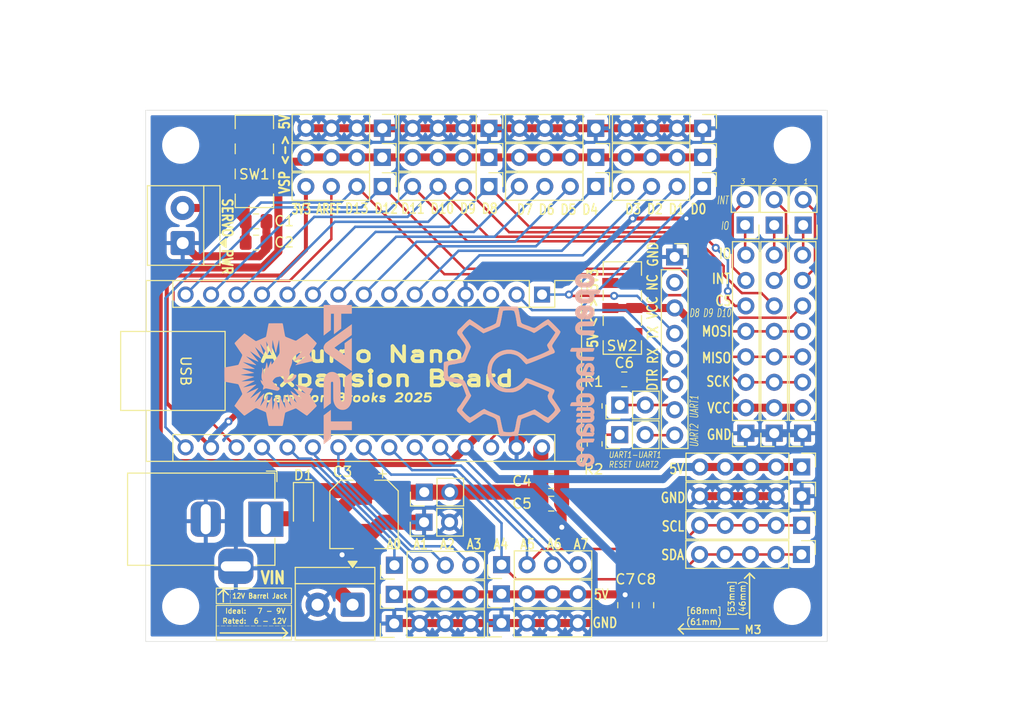
<source format=kicad_pcb>
(kicad_pcb (version 20241229) (generator "pcbnew") (generator_version "9.0")
  (layers (0 "F.Cu" signal) (2 "B.Cu" signal) (13 "F.Paste" user) (15 "B.Paste" user) (5 "F.SilkS" user "F.Silkscreen") (7 "B.SilkS" user "B.Silkscreen") (1 "F.Mask" user) (3 "B.Mask" user) (25 "Edge.Cuts" user))
  (net 0 "")
  (net 1 "+5V")
  (net 2 "/D9{slash}CS2")
  (net 3 "/D3")
  (net 4 "/RESET")
  (net 5 "+3.3V")
  (net 6 "/D8{slash}CS3{slash}SS")
  (net 7 "/D4")
  (net 8 "/D12{slash}MISO")
  (net 9 "/AREF")
  (net 10 "/A3")
  (net 11 "/D13{slash}SCK")
  (net 12 "/D7")
  (net 13 "/D5")
  (net 14 "/D6")
  (net 15 "/A1")
  (net 16 "/D0{slash}RX")
  (net 17 "GND")
  (net 18 "/D10{slash}CS1")
  (net 19 "/D2")
  (net 20 "/A2")
  (net 21 "/A7")
  (net 22 "/D11{slash}MOSI")
  (net 23 "/A6")
  (net 24 "/D1{slash}TX")
  (net 25 "+VIN")
  (net 26 "VSP")
  (net 27 "/DTR")
  (net 28 "Net-(D1-A)")
  (net 29 "/SPI_IO1")
  (net 30 "/SPI_INT1")
  (net 31 "VCC")
  (net 32 "/SPI_IO2")
  (net 33 "/SPI_INT2")
  (net 34 "/SPI_INT3")
  (net 35 "/SPI_IO3")
  (net 36 "Net-(J22-Pin_1)")
  (net 37 "/UART_IO2")
  (net 38 "/UART_IO1")
  (net 39 "/CTS")
  (net 40 "/VSP_IN")
  (net 41 "/A0")
  (net 46 "/A5{slash}SCL")
  (net 47 "/A4{slash}SDA")
  (footprint "Proto:PinHeader_1x04_P2.54mm_Vertical_TightCY" (layer "F.Cu") (at 144.905 59.605 -90)
    (property "Reference" "J15" (hide yes))
    (property "Value" "Conn_01x04_Pin")
  )
  (footprint "Capacitor_SMD:C_0805_2012Metric_Pad1.18x1.45mm_HandSolder" (layer "F.Cu") (at 140.4625 89)
    (property "Reference" "C4")
    (property "Value" "0.1u")
  )
  (footprint "Proto:PinHeader_1x04_P2.54mm_Vertical_TightCY" (layer "F.Cu") (at 123.62 53.795 -90)
    (property "Reference" "J4" (hide yes))
    (property "Value" "Conn_01x04_Pin")
  )
  (footprint "Proto:PinHeader_1x05_P2.54mm_Vertical_TightCY" (layer "F.Cu") (at 165.45 87.59 -90)
    (property "Reference" "J24" (hide yes))
    (property "Value" "Conn_01x05_Pin")
  )
  (footprint "Proto:PinHeader_1x04_P2.54mm_Vertical_TightCY" (layer "F.Cu") (at 124.82 97.39 90)
    (property "Reference" "J27" (hide yes))
    (property "Value" "Conn_01x04_Pin")
  )
  (footprint "Resistor_SMD:R_0805_2012Metric_Pad1.20x1.40mm_HandSolder" (layer "F.Cu") (at 144.8 81.5 -90)
    (property "Reference" "R1")
    (property "Value" "1k")
  )
  (footprint "Proto:PinHeader_1x05_P2.54mm_Vertical_TightCY" (layer "F.Cu") (at 165.45 90.5 -90)
    (property "Reference" "J21" (hide yes))
    (property "Value" "Conn_01x05_Pin")
  )
  (footprint "Module:Arduino_Nano" (layer "F.Cu") (at 139.55 70.39 -90)
    (property "Reference" "A1" (hide yes))
    (property "Value" "Arduino_Nano_v3.x")
  )
  (footprint "Proto:PinHeader_1x02_P2.54mm_Vertical_TightCY" (layer "F.Cu") (at 165.6 63.46 180)
    (property "Reference" "J6" (hide yes))
    (property "Value" "Conn_01x02_Pin")
  )
  (footprint "Capacitor_SMD:C_0805_2012Metric_Pad1.18x1.45mm_HandSolder" (layer "F.Cu") (at 111.02 65.2)
    (property "Reference" "C2")
    (property "Value" "0.1u")
  )
  (footprint "MountingHole:MountingHole_3.2mm_M3" (layer "F.Cu") (at 103.5 101.5)
    (property "Reference" "REF**" (hide yes))
    (property "Value" "MountingHole_3.2mm_M3")
  )
  (footprint "Proto:PinHeader_1x04_P2.54mm_Vertical_TightCY" (layer "F.Cu") (at 124.8 103.21 90)
    (property "Reference" "J35" (hide yes))
    (property "Value" "Conn_01x04_Pin")
  )
  (footprint "Capacitor_SMD:C_0805_2012Metric_Pad1.18x1.45mm_HandSolder" (layer "F.Cu") (at 149.95 101.3775 -90)
    (property "Reference" "C8")
    (property "Value" "0.1u")
  )
  (footprint "Proto:PinHeader_1x04_P2.54mm_Vertical_TightCY" (layer "F.Cu") (at 135.5 103.16 90)
    (property "Reference" "J36" (hide yes))
    (property "Value" "Conn_01x04_Pin")
  )
  (footprint "Button_Switch_SMD:SW_DPDT_CK_JS202011JCQN" (layer "F.Cu") (at 110.85 57.1 90)
    (property "Reference" "SW1")
    (property "Value" "SW_Slide_DPDT")
  )
  (footprint "Proto:PinHeader_1x04_P2.54mm_Vertical_TightCY" (layer "F.Cu") (at 135.5 100.25 90)
    (property "Reference" "J32" (hide yes))
    (property "Value" "Conn_01x04_Pin")
  )
  (footprint "Capacitor_SMD:C_0805_2012Metric_Pad1.18x1.45mm_HandSolder" (layer "F.Cu") (at 147.84 101.3775 -90)
    (property "Reference" "C7")
    (property "Value" "0.1u")
  )
  (footprint "Proto:PinSocket_1x08_P2.54mm_Vertical_TightCY" (layer "F.Cu") (at 162.71 84.22 180)
    (property "Reference" "J18" (hide yes))
    (property "Value" "Conn_01x08_Socket")
  )
  (footprint "TerminalBlock_4Ucon:TerminalBlock_4Ucon_1x02_P3.50mm_Horizontal" (layer "F.Cu") (at 120.65 101.3325 180)
    (property "Reference" "J33" (hide yes))
    (property "Value" "Screw_Terminal_01x02")
  )
  (footprint "Proto:PinHeader_1x04_P2.54mm_Vertical_TightCY" (layer "F.Cu") (at 134.255 53.805 -90)
    (property "Reference" "J3" (hide yes))
    (property "Value" "Conn_01x04_Pin")
  )
  (footprint "Proto:PinHeader_1x04_P2.54mm_Vertical_TightCY" (layer "F.Cu") (at 144.905 53.805 -90)
    (property "Reference" "J2" (hide yes))
    (property "Value" "Conn_01x04_Pin")
  )
  (footprint "Proto:PinHeader_1x02_P2.54mm_Vertical_TightCY" (layer "F.Cu") (at 147.3 84.37 90)
    (property "Reference" "J22" (hide yes))
    (property "Value" "Conn_01x02_Pin")
  )
  (footprint "MountingHole:MountingHole_3.2mm_M3" (layer "F.Cu") (at 164.5 101.5)
    (property "Reference" "REF**" (hide yes))
    (property "Value" "MountingHole_3.2mm_M3")
  )
  (footprint "Proto:PinSocket_1x08_P2.54mm_Vertical_TightCY" (layer "F.Cu") (at 165.54 84.22 180)
    (property "Reference" "J12" (hide yes))
    (property "Value" "Conn_01x08_Socket")
  )
  (footprint "Proto:PinHeader_1x05_P2.54mm_Vertical_TightCY" (layer "F.Cu") (at 165.44 93.41 -90)
    (property "Reference" "J34" (hide yes))
    (property "Value" "Conn_01x05_Pin")
  )
  (footprint "Proto:PinHeader_1x04_P2.54mm_Vertical_TightCY" (layer "F.Cu") (at 134.25 56.705 -90)
    (property "Reference" "J10" (hide yes))
    (property "Value" "Conn_01x04_Pin")
  )
  (footprint "Capacitor_SMD:C_0805_2012Metric_Pad1.18x1.45mm_HandSolder" (layer "F.Cu") (at 111.02 63.08)
    (property "Reference" "C1")
    (property "Value" "0.1u")
  )
  (footprint "Capacitor_SMD:C_0805_2012Metric_Pad1.18x1.45mm_HandSolder" (layer "F.Cu") (at 140.4625 91.25)
    (property "Reference" "C5")
    (property "Value" "0.1u")
  )
  (footprint "Resistor_SMD:R_0805_2012Metric_Pad1.20x1.40mm_HandSolder" (layer "F.Cu") (at 144.8 85.29 90)
    (property "Reference" "R2")
    (property "Value" "10k")
  )
  (footprint "Capacitor_SMD:CP_Elec_6.3x7.7" (layer "F.Cu") (at 121.79 92.32 -90)
    (property "Reference" "C3")
    (property "Value" "47u 25V")
  )
  (footprint "Proto:PinSocket_1x08_P2.54mm_Vertical_TightCY" (layer "F.Cu") (at 159.88 84.22 180)
    (property "Reference" "J20" (hide yes))
    (property "Value" "Conn_01x08_Socket")
  )
  (footprint "Proto:PinHeader_1x02_P2.54mm_Vertical_TightCY" (layer "F.Cu") (at 127.8 90.1 90)
    (property "Reference" "J25" (hide yes))
    (property "Value" "Conn_01x02_Pin")
  )
  (footprint "Proto:PinHeader_1x04_P2.54mm_Vertical_TightCY" (layer "F.Cu") (at 155.555 59.605 -90)
    (property "Reference" "J14" (hide yes))
    (property "Value" "Conn_01x04_Pin")
  )
  (footprint "Connector_BarrelJack:BarrelJack_Horizontal" (layer "F.Cu") (at 112 92.8)
    (property "Reference" "J7" (hide yes))
    (property "Value" "Barrel_Jack_Switch")
  )
  (footprint "Button_Switch_SMD:SW_DPDT_CK_JS202011JCQN" (layer "F.Cu") (at 147.56 71.73 90)
    (property "Reference" "SW2")
    (property "Value" "SW_Slide_DPDT")
  )
  (footprint "Proto:PinHeader_1x04_P2.54mm_Vertical_TightCY" (layer "F.Cu") (at 124.81 100.3 90)
    (property "Reference" "J31" (hide yes))
    (property "Value" "Conn_01x04_Pin")
  )
  (footprint "Proto:PinHeader_1x02_P2.54mm_Vertical_TightCY" (layer "F.Cu") (at 159.81 63.45 180)
    (property "Reference" "J19" (hide yes))
    (property "Value" "Conn_01x02_Pin")
  )
  (footprint "MountingHole:MountingHole_3.2mm_M3" (layer "F.Cu") (at 164.51 55.49)
    (property "Reference" "REF**" (hide yes))
    (property "Value" "MountingHole_3.2mm_M3")
  )
  (footprint "Capacitor_SMD:C_0805_2012Metric_Pad1.18x1.45mm_HandSolder" (layer "F.Cu") (at 147.75 78.85)
    (property "Reference" "C6")
    (property "Value" "0.1u")
  )
  (footprint "Proto:PinHeader_1x04_P2.54mm_Vertical_TightCY" (layer "F.Cu") (at 135.51 97.34 90)
    (property "Reference" "J28" (hide yes))
    (property "Value" "Conn_01x04_Pin")
  )
  (footprint "MountingHole:MountingHole_3.2mm_M3" (layer "F.Cu") (at 103.5 55.5)
    (property "Reference" "REF**" (hide yes))
    (property "Value" "MountingHole_3.2mm_M3")
  )
  (footprint "Proto:PinHeader_1x04_P2.54mm_Vertical_TightCY" (layer "F.Cu") (at 155.565 53.805 -90)
    (property "Reference" "J1" (hide yes))
    (property "Value" "Conn_01x04_Pin")
  )
  (footprint "Proto:PinHeader_1x02_P2.54mm_Vertical_TightCY" (layer "F.Cu") (at 127.78 93.1 90)
    (property "Reference" "J26" (hide yes))
    (property "Value" "Conn_01x02_Pin")
  )
  (footprint "Proto:PinHeader_1x02_P2.54mm_Vertical_TightCY" (layer "F.Cu") (at 147.31 81.41 90)
    (property "Reference" "J23" (hide yes))
    (property "Value" "Conn_01x02_Pin")
  )
  (footprint "Proto:PinHeader_1x04_P2.54mm_Vertical_TightCY" (layer "F.Cu") (at 123.61 59.615 -90)
    (property "Reference" "J17" (hide yes))
    (property "Value" "Conn_01x04_Pin")
  )
  (footprint "Proto:PinHeader_1x04_P2.54mm_Vertical_TightCY" (layer "F.Cu") (at 134.25 59.61 -90)
    (property "Reference" "J16" (hide yes))
    (property "Value" "Conn_01x04_Pin")
  )
  (footprint "Proto:PinHeader_1x04_P2.54mm_Vertical_TightCY" (layer "F.Cu") (at 123.61 56.705 -90)
    (property "Reference" "J11" (hide yes))
    (property "Value" "Conn_01x04_Pin")
  )
  (footprint "Proto:PinHeader_1x05_P2.54mm_Vertical_TightCY" (layer "F.Cu") (at 165.43 96.32 -90)
    (property "Reference" "J30" (hide yes))
    (property "Value" "Conn_01x05_Pin")
  )
  (footprint "Proto:PinSocket_1x08_P2.54mm_Vertical_TightCY" (layer "F.Cu") (at 152.78 66.64)
    (property "Reference" "J29" (hide yes))
    (property "Value" "Conn_01x08_Socket")
  )
  (footprint "Diode_SMD:D_SOD-123F" (layer "F.Cu") (at 115.75 91.35 -90)
    (property "Reference" "D1")
    (property "Value" "1N4007")
  )
  (footprint "Proto:PinHeader_1x04_P2.54mm_Vertical_TightCY" (layer "F.Cu") (at 155.565 56.705 -90)
    (property "Reference" "J8" (hide yes))
    (property "Value" "Conn_01x04_Pin")
  )
  (footprint "Proto:PinHeader_1x02_P2.54mm_Vertical_TightCY" (layer "F.Cu") (at 162.71 63.46 180)
    (property "Reference" "J13" (hide yes))
    (property "Value" "Conn_01x02_Pin")
  )
  (footprint "TerminalBlock_4Ucon:TerminalBlock_4Ucon_1x02_P3.50mm_Horizontal" (layer "F.Cu") (at 103.7 65.25 90)
    (property "Reference" "J5" (hide yes))
    (property "Value" "Screw_Terminal_01x02")
  )
  (footprint "Proto:PinHeader_1x04_P2.54mm_Vertical_TightCY" (layer "F.Cu") (at 144.915 56.705 -90)
    (property "Reference" "J9" (hide yes))
    (property "Value" "Conn_01x04_Pin")
  )
  (footprint "Proto:LOGO_OSHW_600" (layer "B.Cu") (at 137.57 77.93 -90)
    (property "Reference" "G***" (hide yes))
    (property "Value" "LOGO" (hide yes))
  )
  (footprint "kml-custom:FAST-Logo-Large" (layer "B.Cu") (at 113.85 78.12 -90)
    (property "Reference" "G***" (hide yes))
    (property "Value" "LOGO" (hide yes))
  )
  (gr_line (start 107.75 99.825) (end 107.25 100.325) (stroke (width 0.15)) (layer "F.SilkS"))
  (gr_line (start 114.15 104.15) (end 113.65 103.65) (stroke (width 0.15)) (layer "F.SilkS"))
  (gr_line (start 160.25 102.7) (end 160.25 98.2) (stroke (width 0.15)) (layer "F.SilkS"))
  (gr_line (start 107.75 101.05) (end 107.75 99.825) (stroke (width 0.15)) (layer "F.SilkS"))
  (gr_rect (start 107.05 99.675) (end 108.45 101.2) (stroke (width 0.04) (type dash)) (fill no) (layer "F.SilkS"))
  (gr_line (start 107.45 104.15) (end 114.15 104.15) (stroke (width 0.15)) (layer "F.SilkS"))
  (gr_rect (start 107.05 99.675) (end 114.55 101.225) (stroke (width 0.1)) (fill no) (layer "F.SilkS"))
  (gr_line (start 153.15 103.75) (end 153.65 103.25) (stroke (width 0.15)) (layer "F.SilkS"))
  (gr_line (start 153.15 103.75) (end 153.65 104.25) (stroke (width 0.15)) (layer "F.SilkS"))
  (gr_line (start 113.65 103.65) (end 114.15 104.15) (stroke (width 0.1)) (layer "F.SilkS"))
  (gr_line (start 160.25 98.2) (end 159.75 98.7) (stroke (width 0.15)) (layer "F.SilkS"))
  (gr_line (start 114.15 104.15) (end 113.65 104.65) (stroke (width 0.15)) (layer "F.SilkS"))
  (gr_rect (start 107.05 101.4) (end 114.55 104.85) (stroke (width 0.1)) (fill no) (layer "F.SilkS"))
  (gr_line (start 159.15 103.75) (end 153.15 103.75) (stroke (width 0.15)) (layer "F.SilkS"))
  (gr_rect (start 107.05 101.375) (end 114.55 103.45) (stroke (width 0.04) (type dash)) (fill no) (layer "F.SilkS"))
  (gr_line (start 160.25 98.2) (end 160.75 98.7) (stroke (width 0.15)) (layer "F.SilkS"))
  (gr_line (start 107.75 99.825) (end 108.25 100.325) (stroke (width 0.15)) (layer "F.SilkS"))
  (gr_line (start 107.25 100.325) (end 107.75 99.825) (stroke (width 0.1)) (layer "F.SilkS"))
  (gr_rect (start 100 52) (end 168 105) (stroke (width 0.05)) (fill no) (layer "Edge.Cuts"))
  (gr_text "IO" (at 157.35 64 0) (layer "F.SilkS") (effects (font (size 0.8 0.5) (thickness 0.075) (italic yes)) (justify left bottom)))
  (gr_text "3V3 AREF" (at 114.45 62.45 0) (layer "F.SilkS") (effects (font (size 1 0.7) (thickness 0.175) (bold yes)) (justify left bottom)))
  (gr_text "SDA" (at 151.35 96.95 0) (layer "F.SilkS") (effects (font (size 1 0.8) (thickness 0.16) (bold yes)) (justify left bottom)))
  (gr_text "UART1-UART1\nRESET UART2" (at 146.15 87.7 0) (layer "F.SilkS") (effects (font (size 0.6 0.5) (thickness 0.075) (italic yes)) (justify left bottom)))
  (gr_text "CS" (at 156.75 71.6 0) (layer "F.SilkS") (effects (font (size 1 0.8) (thickness 0.16) (bold yes)) (justify left bottom)))
  (gr_text "D7 D6 D5 D4" (at 136.95 62.5 0) (layer "F.SilkS") (effects (font (size 1 0.8) (thickness 0.16) (bold yes)) (justify left bottom)))
  (gr_text "Rated:  6 - 12V" (at 114.1 103.25 0) (layer "F.SilkS") (effects (font (size 0.5 0.5) (thickness 0.1) (bold yes)) (justify right bottom)))
  (gr_text "Arduino Nano\nExpansion Board" (at 111.25 79.65 0) (layer "F.SilkS") (effects (font (size 1.5 2) (thickness 0.375) (bold yes)) (justify left bottom)))
  (gr_text "DTR" (at 151.15 80.1 90) (layer "F.SilkS") (effects (font (size 1 0.8) (thickness 0.16) (bold yes)) (justify left bottom)))
  (gr_text "INT" (at 156.95 61.45 0) (layer "F.SilkS") (effects (font (size 0.8 0.5) (thickness 0.075) (italic yes)) (justify left bottom)))
  (gr_text "5V <-> 3V3" (at 145.2 75.81 90) (layer "F.SilkS") (effects (font (size 1 0.8) (thickness 0.2) (bold yes)) (justify left bottom)))
  (gr_text "SERVO  PWR" (at 107.55 64.6 270) (layer "F.SilkS") (effects (font (size 1 0.8) (thickness 0.2) (bold yes)) (justify bottom)))
  (gr_text "UART1" (at 155.2 82.8 90) (layer "F.SilkS") (effects (font (size 0.8 0.5) (thickness 0.075) (italic yes)) (justify left bottom)))
  (gr_text "3       2       1" (at 162.71 59.4 0) (layer "F.SilkS") (effects (font (size 0.5 0.5) (thickness 0.075) (italic yes)) (justify bottom)))
  (gr_text "D3 D2 D1 D0" (at 147.75 62.45 0) (layer "F.SilkS") (effects (font (size 1 0.8) (thickness 0.16) (bold yes)) (justify left bottom)))
  (gr_text "MISO" (at 155.4 77.3 0) (layer "F.SilkS") (effects (font (size 1 0.8) (thickness 0.16) (bold yes)) (justify left bottom)))
  (gr_text "SCL" (at 151.4 94.1 0) (layer "F.SilkS") (effects (font (size 1 0.8) (thickness 0.16) (bold yes)) (justify left bottom)))
  (gr_text "A0  A1  A2  A3  A4  A5  A6  A7" (at 123.94 95.88 0) (layer "F.SilkS") (effects (font (size 1 0.8) (thickness 0.16) (bold yes)) (justify left bottom)))
  (gr_text "IO" (at 157.1 66.9 0) (layer "F.SilkS") (effects (font (size 1 0.8) (thickness 0.16) (bold yes)) (justify left bottom)))
  (gr_text "[68mm]\n" (at 155.7 102.3 0) (layer "F.SilkS") (effects (font (size 0.6 0.6) (thickness 0.1)) (justify bottom)))
  (gr_text "TX" (at 151.2 75 90) (layer "F.SilkS") (effects (font (size 1 0.8) (thickness 0.16) (bold yes)) (justify left bottom)))
  (gr_text "GND" (at 151.3 91.25 0) (layer "F.SilkS") (effects (font (size 1 0.8) (thickness 0.16) (bold yes)) (justify left bottom)))
  (gr_text "GND" (at 144.5 103.72 0) (layer "F.SilkS") (effects (font (size 1 0.8) (thickness 0.16) (bold yes)) (justify left bottom)))
  (gr_text "[53mm]\n" (at 158.8 100.7 90) (layer "F.SilkS") (effects (font (size 0.6 0.6) (thickness 0.1)) (justify bottom)))
  (gr_text "VCC" (at 151.15 72.95 90) (layer "F.SilkS") (effects (font (size 1 0.8) (thickness 0.16) (bold yes)) (justify left bottom)))
  (gr_text "D13 D12" (at 119.8 62.4 0) (layer "F.SilkS") (effects (font (size 1 0.8) (thickness 0.16) (bold yes)) (justify left bottom)))
  (gr_text "GND" (at 155.9 84.95 0) (layer "F.SilkS") (effects (font (size 1 0.8) (thickness 0.16) (bold yes)) (justify left bottom)))
  (gr_text "D8 D9 D10" (at 154.2 72.7 0) (layer "F.SilkS") (effects (font (size 0.8 0.5) (thickness 0.075) (italic yes)) (justify left bottom)))
  (gr_text "(61mm)\n" (at 155.7 103.4 0) (layer "F.SilkS") (effects (font (size 0.6 0.6) (thickness 0.1)) (justify bottom)))
  (gr_text "GND" (at 151.2 67.7 90) (layer "F.SilkS") (effects (font (size 1 0.8) (thickness 0.16) (bold yes)) (justify left bottom)))
  (gr_text "NC" (at 151.15 70.1 90) (layer "F.SilkS") (effects (font (size 1 0.8) (thickness 0.16) (bold yes)) (justify left bottom)))
  (gr_text "5V" (at 152.15 88.37 0) (layer "F.SilkS") (effects (font (size 1 0.8) (thickness 0.16) (bold yes)) (justify left bottom)))
  (gr_text "INT" (at 156.4 69.4 0) (layer "F.SilkS") (effects (font (size 1 0.8) (thickness 0.16) (bold yes)) (justify left bottom)))
  (gr_text "(46mm)\n" (at 159.9 100.7 90) (layer "F.SilkS") (effects (font (size 0.6 0.6) (thickness 0.1)) (justify bottom)))
  (gr_text "VSP <-> 5V" (at 114.45 60.45 90) (layer "F.SilkS") (effects (font (size 1 0.8) (thickness 0.2) (bold yes)) (justify left bottom)))
  (gr_text "M3" (at 160.6 104.3 0) (layer "F.SilkS") (effects (font (size 0.8 0.8) (thickness 0.14)) (justify bottom)))
  (gr_text "SCK" (at 155.85 79.65 0) (layer "F.SilkS") (effects (font (size 1 0.8) (thickness 0.16) (bold yes)) (justify left bottom)))
  (gr_text "Ideal:   7 - 9V" (at 114 102.25 0) (layer "F.SilkS") (effects (font (size 0.5 0.5) (thickness 0.1) (bold yes)) (justify right bottom)))
  (gr_text "5V" (at 144.63 100.91 0) (layer "F.SilkS") (effects (font (size 1 0.8) (thickness 0.16) (bold yes)) (justify left bottom)))
  (gr_text "12V Barrel Jack" (at 108.6 100.75 0) (layer "F.SilkS") (effects (font (size 0.5 0.45) (thickness 0.1) (bold yes)) (justify left bottom)))
  (gr_text "D11 D10 D9 D8" (at 125.4 62.4 0) (layer "F.SilkS") (effects (font (size 1 0.8) (thickness 0.16) (bold yes)) (justify left bottom)))
  (gr_text "MOSI" (at 155.4 74.65 0) (layer "F.SilkS") (effects (font (size 1 0.8) (thickness 0.16) (bold yes)) (justify left bottom)))
  (gr_text "VIN" (at 112.7 99.35 0) (layer "F.SilkS") (effects (font (size 1.2 1) (thickness 0.25) (bold yes)) (justify bottom)))
  (gr_text "Cameron Brooks 2025" (at 111.55 81.15 0) (layer "F.SilkS") (effects (font (size 0.8 1) (thickness 0.2) (bold yes) (italic yes)) (justify left bottom)))
  (gr_text "VCC" (at 155.95 82.3 0) (layer "F.SilkS") (effects (font (size 1 0.8) (thickness 0.16) (bold yes)) (justify left bottom)))
  (gr_text "RX" (at 151.2 77.4 90) (layer "F.SilkS") (effects (font (size 1 0.8) (thickness 0.16) (bold yes)) (justify left bottom)))
  (gr_text "UART2" (at 155.2 85.65 90) (layer "F.SilkS") (effects (font (size 0.8 0.5) (thickness 0.075) (italic yes)) (justify left bottom)))
  (segment (start 147.85 100.33) (end 147.86 100.33) (width 0.8) (layer "F.Cu") (net 1))
  (segment (start 112.53 59.6) (end 113.246 60.316) (width 0.8) (layer "F.Cu") (net 1))
  (segment (start 113.246 60.316) (end 113.246 66.103) (width 0.8) (layer "F.Cu") (net 1))
  (segment (start 113.246 66.103) (end 111.66 67.689) (width 0.8) (layer "F.Cu") (net 1))
  (segment (start 101.309 69.158215) (end 101.309 85.929) (width 0.8) (layer "F.Cu") (net 1))
  (segment (start 155.29 87.59) (end 165.45 87.59) (width 0.8) (layer "F.Cu") (net 1))
  (segment (start 130.361 87.199) (end 131.93 85.63) (width 0.8) (layer "F.Cu") (net 1))
  (segment (start 147.775 100.275) (end 147.84 100.34) (width 0.8) (layer "F.Cu") (net 1))
  (segment (start 149.935 100.33) (end 149.94 100.335) (width 0.8) (layer "F.Cu") (net 1))
  (segment (start 102.778214 67.689) (end 101.309 69.158215) (width 0.8) (layer "F.Cu") (net 1))
  (segment (start 102.579 87.199) (end 130.361 87.199) (width 0.8) (layer "F.Cu") (net 1))
  (segment (start 143.33 74.23) (end 146.36 74.23) (width 0.8) (layer "F.Cu") (net 1))
  (segment (start 101.309 85.929) (end 102.579 87.199) (width 0.8) (layer "F.Cu") (net 1))
  (segment (start 112.05 59.6) (end 112.53 59.6) (width 0.8) (layer "F.Cu") (net 1))
  (segment (start 124.81 100.3) (end 147.8 100.3) (width 0.8) (layer "F.Cu") (net 1))
  (segment (start 147.8 100.3) (end 147.84 100.34) (width 0.8) (layer "F.Cu") (net 1))
  (segment (start 147.85 100.33) (end 149.935 100.33) (width 0.8) (layer "F.Cu") (net 1))
  (segment (start 147.84 100.34) (end 147.85 100.33) (width 0.8) (layer "F.Cu") (net 1))
  (segment (start 147.7675 100.2675) (end 147.84 100.34) (width 0.8) (layer "F.Cu") (net 1))
  (segment (start 111.66 67.689) (end 102.778214 67.689) (width 0.8) (layer "F.Cu") (net 1))
  (segment (start 131.93 85.63) (end 143.33 74.23) (width 0.8) (layer "F.Cu") (net 1))
  (via (at 147.84 100.34) (size 1) (drill 0.5) (layers "F.Cu" "B.Cu") (net 1))
  (segment (start 152.83 87.59) (end 155.29 87.59) (width 0.8) (layer "B.Cu") (net 1))
  (segment (start 135.1 88.8) (end 131.93 85.63) (width 0.8) (layer "B.Cu") (net 1))
  (segment (start 147.84 100.34) (end 147.84 97.64) (width 0.8) (layer "B.Cu") (net 1))
  (segment (start 147.84 97.64) (end 139 88.8) (width 0.8) (layer "B.Cu") (net 1))
  (segment (start 151.62 88.8) (end 152.83 87.59) (width 0.8) (layer "B.Cu") (net 1))
  (segment (start 147.84 100.34) (end 147.8175 100.3175) (width 0.8) (layer "B.Cu") (net 1))
  (segment (start 139 88.8) (end 135.1 88.8) (width 0.8) (layer "B.Cu") (net 1))
  (segment (start 139 88.8) (end 151.62 88.8) (width 0.8) (layer "B.Cu") (net 1))
  (segment (start 159.406 70.156) (end 159.392884 70.156) (width 0.25) (layer "F.Cu") (net 2))
  (segment (start 161.43 70.24) (end 159.49 70.24) (width 0.25) (layer "F.Cu") (net 2))
  (segment (start 159.49 70.24) (end 159.406 70.156) (width 0.25) (layer "F.Cu") (net 2))
  (segment (start 157.67 67.54438) (end 154.29362 64.168) (width 0.25) (layer "F.Cu") (net 2))
  (segment (start 158.704 69.454) (end 157.67 68.42) (width 0.25) (layer "F.Cu") (net 2))
  (segment (start 136.268 64.168) (end 131.71 59.61) (width 0.25) (layer "F.Cu") (net 2))
  (segment (start 162.71 71.52) (end 161.43 70.24) (width 0.25) (layer "F.Cu") (net 2))
  (segment (start 159.392884 70.156) (end 158.704 69.467116) (width 0.25) (layer "F.Cu") (net 2))
  (segment (start 157.67 68.42) (end 157.67 67.54438) (width 0.25) (layer "F.Cu") (net 2))
  (segment (start 154.29362 64.168) (end 136.268 64.168) (width 0.25) (layer "F.Cu") (net 2))
  (segment (start 158.704 69.467116) (end 158.704 69.454) (width 0.25) (layer "F.Cu") (net 2))
  (segment (start 128.19 63.13) (end 131.71 59.61) (width 0.25) (layer "B.Cu") (net 2))
  (segment (start 111.61 70.39) (end 118.87 63.13) (width 0.25) (layer "B.Cu") (net 2))
  (segment (start 118.87 63.13) (end 128.19 63.13) (width 0.25) (layer "B.Cu") (net 2))
  (segment (start 131.218 66.022) (end 141.518 66.022) (width 0.25) (layer "B.Cu") (net 3))
  (segment (start 141.518 66.022) (end 147.935 59.605) (width 0.25) (layer "B.Cu") (net 3))
  (segment (start 126.85 70.39) (end 131.218 66.022) (width 0.25) (layer "B.Cu") (net 3))
  (segment (start 144.8 80.5) (end 144.8 79.16) (width 0.25) (layer "F.Cu") (net 4))
  (segment (start 144.8 79.16) (end 145.11 78.85) (width 0.25) (layer "F.Cu") (net 4))
  (segment (start 144.8 79.16) (end 144.52 78.88) (width 0.25) (layer "F.Cu") (net 4))
  (segment (start 140.398306 78.88) (end 144.52 78.88) (width 0.25) (layer "F.Cu") (net 4))
  (segment (start 134.47 84.808306) (end 140.398306 78.88) (width 0.25) (layer "F.Cu") (net 4))
  (segment (start 134.47 85.63) (end 134.47 84.808306) (width 0.25) (layer "F.Cu") (net 4))
  (segment (start 145.11 78.85) (end 146.7125 78.85) (width 0.25) (layer "F.Cu") (net 4))
  (segment (start 103.11 68.49) (end 113.47 68.49) (width 0.4) (layer "F.Cu") (net 5))
  (segment (start 108.3 83.05) (end 118.121 73.229) (width 0.6) (layer "F.Cu") (net 5))
  (segment (start 102.11 81.21) (end 102.11 69.49) (width 0.4) (layer "F.Cu") (net 5))
  (segment (start 115.99 65.97) (end 115.99 59.615) (width 0.4) (layer "F.Cu") (net 5))
  (segment (start 113.47 68.49) (end 115.99 65.97) (width 0.4) (layer "F.Cu") (net 5))
  (segment (start 108.27 83.05) (end 108.3 83.05) (width 0.6) (layer "F.Cu") (net 5))
  (segment (start 106.53 85.63) (end 102.11 81.21) (width 0.4) (layer "F.Cu") (net 5))
  (segment (start 118.121 73.229) (end 147.759 73.229) (width 0.6) (layer "F.Cu") (net 5))
  (segment (start 102.11 69.49) (end 103.11 68.49) (width 0.4) (layer "F.Cu") (net 5))
  (segment (start 147.759 73.229) (end 148.76 74.23) (width 0.6) (layer "F.Cu") (net 5))
  (via (at 108.27 83.05) (size 0.8) (drill 0.4) (layers "F.Cu" "B.Cu") (net 5))
  (segment (start 106.53 84.79) (end 106.53 85.63) (width 0.6) (layer "B.Cu") (net 5))
  (segment (start 108.27 83.05) (end 106.53 84.79) (width 0.6) (layer "B.Cu") (net 5))
  (segment (start 138.35 63.71) (end 134.25 59.61) (width 0.25) (layer "F.Cu") (net 6))
  (segment (start 154.860926 63.71) (end 138.35 63.71) (width 0.25) (layer "F.Cu") (net 6))
  (segment (start 156.880463 65.729537) (end 154.860926 63.71) (width 0.25) (layer "F.Cu") (net 6))
  (segment (start 158.09 70.05) (end 158.09 70.81) (width 0.25) (layer "F.Cu") (net 6))
  (segment (start 158.09 70.81) (end 158.8 71.52) (width 0.25) (layer "F.Cu") (net 6))
  (segment (start 158.8 71.52) (end 159.88 71.52) (width 0.25) (layer "F.Cu") (net 6))
  (via (at 158.09 70.05) (size 0.8) (drill 0.4) (layers "F.Cu" "B.Cu") (net 6))
  (via (at 156.880463 65.729537) (size 0.8) (drill 0.4) (layers "F.Cu" "B.Cu") (net 6))
  (segment (start 114.15 70.39) (end 120.91 63.63) (width 0.25) (layer "B.Cu") (net 6))
  (segment (start 120.91 63.63) (end 130.23 63.63) (width 0.25) (layer "B.Cu") (net 6))
  (segment (start 130.23 63.63) (end 134.25 59.61) (width 0.25) (layer "B.Cu") (net 6))
  (segment (start 158.09 66.939074) (end 156.880463 65.729537) (width 0.25) (layer "B.Cu") (net 6))
  (segment (start 158.09 70.05) (end 158.09 66.939074) (width 0.25) (layer "B.Cu") (net 6))
  (segment (start 138.939 65.571) (end 144.905 59.605) (width 0.25) (layer "B.Cu") (net 7))
  (segment (start 124.31 70.39) (end 129.129 65.571) (width 0.25) (layer "B.Cu") (net 7))
  (segment (start 129.129 65.571) (end 138.939 65.571) (width 0.25) (layer "B.Cu") (net 7))
  (segment (start 158.36 76.6) (end 156.317 74.557) (width 0.25) (layer "F.Cu") (net 8))
  (segment (start 156.317 70.777) (end 153.356 67.816) (width 0.25) (layer "F.Cu") (net 8))
  (segment (start 165.54 76.6) (end 159.88 76.6) (width 0.25) (layer "F.Cu") (net 8))
  (segment (start 131.811 67.816) (end 123.61 59.615) (width 0.25) (layer "F.Cu") (net 8))
  (segment (start 156.317 74.557) (end 156.317 70.777) (width 0.25) (layer "F.Cu") (net 8))
  (segment (start 153.356 67.816) (end 131.811 67.816) (width 0.25) (layer "F.Cu") (net 8))
  (segment (start 159.88 76.6) (end 158.36 76.6) (width 0.25) (layer "F.Cu") (net 8))
  (segment (start 103.99 70.39) (end 112.69 61.69) (width 0.25) (layer "B.Cu") (net 8))
  (segment (start 112.69 61.69) (end 121.535 61.69) (width 0.25) (layer "B.Cu") (net 8))
  (segment (start 121.535 61.69) (end 123.61 59.615) (width 0.25) (layer "B.Cu") (net 8))
  (segment (start 102.77 79.33) (end 109.07 85.63) (width 0.25) (layer "F.Cu") (net 9))
  (segment (start 102.77 69.9) (end 102.77 79.33) (width 0.25) (layer "F.Cu") (net 9))
  (segment (start 103.65 69.02) (end 102.77 69.9) (width 0.25) (layer "F.Cu") (net 9))
  (segment (start 118.53 59.615) (end 118.53 64.85) (width 0.25) (layer "F.Cu") (net 9))
  (segment (start 118.53 64.85) (end 114.36 69.02) (width 0.25) (layer "F.Cu") (net 9))
  (segment (start 114.36 69.02) (end 103.65 69.02) (width 0.25) (layer "F.Cu") (net 9))
  (segment (start 119.23 88.18) (end 119.23 85.63) (width 0.25) (layer "B.Cu") (net 10))
  (segment (start 132.44 97.39) (end 130.55 95.5) (width 0.25) (layer "B.Cu") (net 10))
  (segment (start 130.55 95.5) (end 126.55 95.5) (width 0.25) (layer "B.Cu") (net 10))
  (segment (start 126.55 95.5) (end 119.23 88.18) (width 0.25) (layer "B.Cu") (net 10))
  (segment (start 155.866 75.866) (end 155.866 72.406) (width 0.25) (layer "F.Cu") (net 11))
  (segment (start 149.842 68.36) (end 129.815 68.36) (width 0.25) (layer "F.Cu") (net 11))
  (segment (start 151.932 70.45) (end 149.842 68.36) (width 0.25) (layer "F.Cu") (net 11))
  (segment (start 159.14 79.14) (end 155.866 75.866) (width 0.25) (layer "F.Cu") (net 11))
  (segment (start 165.54 79.14) (end 159.88 79.14) (width 0.25) (layer "F.Cu") (net 11))
  (segment (start 155.866 72.406) (end 153.91 70.45) (width 0.25) (layer "F.Cu") (net 11))
  (segment (start 153.91 70.45) (end 151.932 70.45) (width 0.25) (layer "F.Cu") (net 11))
  (segment (start 129.815 68.36) (end 121.07 59.615) (width 0.25) (layer "F.Cu") (net 11))
  (segment (start 159.88 79.14) (end 159.14 79.14) (width 0.25) (layer "F.Cu") (net 11))
  (segment (start 119.475 61.21) (end 121.07 59.615) (width 0.25) (layer "B.Cu") (net 11))
  (segment (start 101.98 70.74) (end 111.51 61.21) (width 0.25) (layer "B.Cu") (net 11))
  (segment (start 111.51 61.21) (end 119.475 61.21) (width 0.25) (layer "B.Cu") (net 11))
  (segment (start 103.99 85.63) (end 101.98 83.62) (width 0.25) (layer "B.Cu") (net 11))
  (segment (start 101.98 83.62) (end 101.98 70.74) (width 0.25) (layer "B.Cu") (net 11))
  (segment (start 122.94 64.14) (end 132.75 64.14) (width 0.25) (layer "B.Cu") (net 12))
  (segment (start 116.69 70.39) (end 122.94 64.14) (width 0.25) (layer "B.Cu") (net 12))
  (segment (start 132.75 64.14) (end 137.285 59.605) (width 0.25) (layer "B.Cu") (net 12))
  (segment (start 121.77 70.39) (end 127.04 65.12) (width 0.25) (layer "B.Cu") (net 13))
  (segment (start 136.85 65.12) (end 142.365 59.605) (width 0.25) (layer "B.Cu") (net 13))
  (segment (start 127.04 65.12) (end 136.85 65.12) (width 0.25) (layer "B.Cu") (net 13))
  (segment (start 125 64.62) (end 134.81 64.62) (width 0.25) (layer "B.Cu") (net 14))
  (segment (start 134.81 64.62) (end 139.825 59.605) (width 0.25) (layer "B.Cu") (net 14))
  (segment (start 119.23 70.39) (end 125 64.62) (width 0.25) (layer "B.Cu") (net 14))
  (segment (start 127.14 97.39) (end 127.36 97.39) (width 0.25) (layer "B.Cu") (net 15))
  (segment (start 116.506 86.756) (end 127.14 97.39) (width 0.25) (layer "B.Cu") (net 15))
  (segment (start 114.15 85.63) (end 115.276 86.756) (width 0.25) (layer "B.Cu") (net 15))
  (segment (start 115.276 86.756) (end 116.506 86.756) (width 0.25) (layer "B.Cu") (net 15))
  (segment (start 152.78 76.8) (end 147.92 71.94) (width 0.25) (layer "B.Cu") (net 16))
  (segment (start 143.22 71.94) (end 155.555 59.605) (width 0.25) (layer "B.Cu") (net 16))
  (segment (start 137.01 70.39) (end 138.56 71.94) (width 0.25) (layer "B.Cu") (net 16))
  (segment (start 147.92 71.94) (end 143.22 71.94) (width 0.25) (layer "B.Cu") (net 16))
  (segment (start 138.56 71.94) (end 143.22 71.94) (width 0.25) (layer "B.Cu") (net 16))
  (segment (start 137.01 84.84) (end 137.01 85.63) (width 1.5) (layer "F.Cu") (net 17))
  (segment (start 138.32 83.53) (end 137.01 84.84) (width 1.5) (layer "F.Cu") (net 17))
  (segment (start 127.78 93.1) (end 123.6 93.1) (width 1.5) (layer "F.Cu") (net 17))
  (segment (start 112.0575 64.15) (end 112.0575 63.08) (width 0.8) (layer "F.Cu") (net 17))
  (segment (start 143.12 103.16) (end 124.85 103.16) (width 0.8) (layer "F.Cu") (net 17))
  (segment (start 149.935 102.405) (end 147.86 102.405) (width 0.8) (layer "F.Cu") (net 17))
  (segment (start 141.5 84.62) (end 140.41 83.53) (width 1.5) (layer "F.Cu") (net 17))
  (segment (start 124.85 103.16) (end 124.8 103.21) (width 0.8) (layer "F.Cu") (net 17))
  (segment (start 112.0575 65.2) (end 112.0575 65.8625) (width 0.8) (layer "F.Cu") (net 17))
  (segment (start 162.91 90.5) (end 155.29 90.5) (width 0.8) (layer "F.Cu") (net 17))
  (segment (start 155.555 53.795) (end 155.565 53.805) (width 0.8) (layer "F.Cu") (net 17))
  (segment (start 112.0575 65.2) (end 112.0575 64.15) (width 0.8) (layer "F.Cu") (net 17))
  (segment (start 123.6 93.1) (end 121.75 94.95) (width 1.5) (layer "F.Cu") (net 17))
  (segment (start 144.8 86.32) (end 144.79 86.33) (width 0.25) (layer "F.Cu") (net 17))
  (segment (start 141.5 91.25) (end 141.5 89) (width 1.5) (layer "F.Cu") (net 17))
  (segment (start 111.35 66.57) (end 105.02 66.57) (width 0.8) (layer "F.Cu") (net 17))
  (segment (start 112.0575 65.8625) (end 111.35 66.57) (width 0.8) (layer "F.Cu") (net 17))
  (segment (start 141.5 89) (end 141.5 84.62) (width 1.5) (layer "F.Cu") (net 17))
  (segment (start 141.52 93.6) (end 141.5 93.58) (width 1) (layer "F.Cu") (net 17))
  (segment (start 144.79 86.33) (end 141.5 86.33) (width 0.25) (layer "F.Cu") (net 17))
  (segment (start 147.13 103.135) (end 147.105 103.16) (width 0.8) (layer "F.Cu") (net 17))
  (segment (start 112.0475 64.16) (end 112.0575 64.15) (width 0.8) (layer "F.Cu") (net 17))
  (segment (start 147.86 102.405) (end 147.1375 103.1275) (width 0.8) (layer "F.Cu") (net 17))
  (segment (start 147.105 103.16) (end 143.12 103.16) (width 0.8) (layer "F.Cu") (net 17))
  (segment (start 116 53.795) (end 155.555 53.795) (width 0.8) (layer "F.Cu") (net 17))
  (segment (start 140.41 83.53) (end 138.32 83.53) (width 1.5) (layer "F.Cu") (net 17))
  (segment (start 141.5 93.58) (end 141.5 91.25) (width 1) (layer "F.Cu") (net 17))
  (segment (start 120.35 96.35) (end 119.6 96.35) (width 1.5) (layer "F.Cu") (net 17))
  (segment (start 121.75 94.95) (end 120.35 96.35) (width 1.5) (layer "F.Cu") (net 17))
  (segment (start 105.02 66.57) (end 103.7 65.25) (width 0.8) (layer "F.Cu") (net 17))
  (segment (start 149.94 102.41) (end 149.935 102.405) (width 0.8) (layer "F.Cu") (net 17))
  (segment (start 153.935 62.8) (end 148.565 62.8) (width 0.4) (layer "F.Cu") (net 17))
  (segment (start 147.1375 103.1275) (end 147.13 103.135) (width 0.8) (layer "F.Cu") (net 17))
  (via (at 141.52 93.6) (size 1) (drill 0.5) (layers "F.Cu" "B.Cu") (net 17))
  (via (at 119.6 96.35) (size 1) (drill 0.5) (layers "F.Cu" "B.Cu") (net 17))
  (via (at 148.58 62.8) (size 0.8) (drill 0.4) (layers "F.Cu" "B.Cu") (net 17))
  (via (at 153.95 62.8) (size 0.8) (drill 0.4) (layers "F.Cu" "B.Cu") (net 17))
  (segment (start 165.54 84.22) (end 159.88 84.22) (width 0.8) (layer "B.Cu") (net 17))
  (segment (start 164.364 72.696) (end 165.54 71.52) (width 0.25) (layer "F.Cu") (net 18))
  (segment (start 157.219 67.73119) (end 157.219 71.52) (width 0.25) (layer "F.Cu") (net 18))
  (segment (start 157.219 71.52) (end 158.395 72.696) (width 0.25) (layer "F.Cu") (net 18))
  (segment (start 158.395 72.696) (end 164.364 72.696) (width 0.25) (layer "F.Cu") (net 18))
  (segment (start 134.179 64.619) (end 154.10681 64.619) (width 0.25) (layer "F.Cu") (net 18))
  (segment (start 129.17 59.61) (end 134.179 64.619) (width 0.25) (layer "F.Cu") (net 18))
  (segment (start 154.10681 64.619) (end 157.219 67.73119) (width 0.25) (layer "F.Cu") (net 18))
  (segment (start 109.07 70.39) (end 116.82 62.64) (width 0.25) (layer "B.Cu") (net 18))
  (segment (start 126.14 62.64) (end 129.17 59.61) (width 0.25) (layer "B.Cu") (net 18))
  (segment (start 116.82 62.64) (end 126.14 62.64) (width 0.25) (layer "B.Cu") (net 18))
  (segment (start 129.39 70.39) (end 133.307 66.473) (width 0.25) (layer "B.Cu") (net 19))
  (segment (start 133.307 66.473) (end 143.607 66.473) (width 0.25) (layer "B.Cu") (net 19))
  (segment (start 143.607 66.473) (end 150.475 59.605) (width 0.25) (layer "B.Cu") (net 19))
  (segment (start 128.51 96) (end 126.45 96) (width 0.25) (layer "B.Cu") (net 20))
  (segment (start 116.905 86.305) (end 116.69 86.09) (width 0.25) (layer "B.Cu") (net 20))
  (segment (start 129.9 97.39) (end 128.51 96) (width 0.25) (layer "B.Cu") (net 20))
  (segment (start 116.905 86.455) (end 116.905 86.305) (width 0.25) (layer "B.Cu") (net 20))
  (segment (start 116.69 86.09) (end 116.69 85.63) (width 0.25) (layer "B.Cu") (net 20))
  (segment (start 118.779 88.329) (end 116.905 86.455) (width 0.25) (layer "B.Cu") (net 20))
  (segment (start 118.779 88.36681) (end 118.779 88.329) (width 0.25) (layer "B.Cu") (net 20))
  (segment (start 126.401 95.951) (end 126.36319 95.951) (width 0.25) (layer "B.Cu") (net 20))
  (segment (start 126.45 96) (end 126.401 95.951) (width 0.25) (layer "B.Cu") (net 20))
  (segment (start 126.36319 95.951) (end 118.779 88.36681) (width 0.25) (layer "B.Cu") (net 20))
  (segment (start 130.71 86.95) (end 131.95 86.95) (width 0.25) (layer "B.Cu") (net 21))
  (segment (start 142.34 97.34) (end 143.13 97.34) (width 0.25) (layer "B.Cu") (net 21))
  (segment (start 129.39 85.63) (end 130.71 86.95) (width 0.25) (layer "B.Cu") (net 21))
  (segment (start 131.95 86.95) (end 142.34 97.34) (width 0.25) (layer "B.Cu") (net 21))
  (segment (start 165.54 74.06) (end 159.88 74.06) (width 0.25) (layer "F.Cu") (net 22))
  (segment (start 153.92 65.07) (end 132.09 65.07) (width 0.25) (layer "F.Cu") (net 22))
  (segment (start 159.88 74.06) (end 157.48 74.06) (width 0.25) (layer "F.Cu") (net 22))
  (segment (start 132.09 65.07) (end 126.63 59.61) (width 0.25) (layer "F.Cu") (net 22))
  (segment (start 157.48 74.06) (end 156.768 73.348) (width 0.25) (layer "F.Cu") (net 22))
  (segment (start 156.768 73.348) (end 156.768 67.918) (width 0.25) (layer "F.Cu") (net 22))
  (segment (start 156.768 67.918) (end 153.92 65.07) (width 0.25) (layer "F.Cu") (net 22))
  (segment (start 124.1 62.14) (end 114.78 62.14) (width 0.25) (layer "B.Cu") (net 22))
  (segment (start 114.78 62.14) (end 106.53 70.39) (width 0.25) (layer "B.Cu") (net 22))
  (segment (start 126.63 59.61) (end 124.1 62.14) (width 0.25) (layer "B.Cu") (net 22))
  (segment (start 140.59 96.59) (end 131.45 87.45) (width 0.25) (layer "B.Cu") (net 23))
  (segment (start 128.67 87.45) (end 126.85 85.63) (width 0.25) (layer "B.Cu") (net 23))
  (segment (start 131.45 87.45) (end 128.67 87.45) (width 0.25) (layer "B.Cu") (net 23))
  (segment (start 140.59 97.34) (end 140.59 96.59) (width 0.25) (layer "B.Cu") (net 23))
  (segment (start 146.74 70.52) (end 142.36 70.52) (width 0.25) (layer "F.Cu") (net 24))
  (segment (start 142.36 70.52) (end 142.23 70.39) (width 0.25) (layer "F.Cu") (net 24))
  (via (at 146.74 70.52) (size 0.8) (drill 0.4) (layers "F.Cu" "B.Cu") (net 24))
  (via (at 142.23 70.39) (size 0.8) (drill 0.4) (layers "F.Cu" "B.Cu") (net 24))
  (segment (start 152.78 74.26) (end 149.04 70.52) (width 0.25) (layer "B.Cu") (net 24))
  (segment (start 142.23 70.39) (end 153.015 59.605) (width 0.25) (layer "B.Cu") (net 24))
  (segment (start 149.04 70.52) (end 146.74 70.52) (width 0.25) (layer "B.Cu") (net 24))
  (segment (start 139.55 70.39) (end 142.23 70.39) (width 0.25) (layer "B.Cu") (net 24))
  (segment (start 139.425 89) (end 139.425 85.755) (width 1.5) (layer "F.Cu") (net 25))
  (segment (start 122.3 90.1) (end 127.8 90.1) (width 1.5) (layer "F.Cu") (net 25))
  (segment (start 117.6 93.7) (end 121.75 89.55) (width 1.5) (layer "F.Cu") (net 25))
  (segment (start 121.75 89.55) (end 122.3 90.1) (width 1.5) (layer "F.Cu") (net 25))
  (segment (start 117.6 98.2825) (end 117.6 93.7) (width 1.5) (layer "F.Cu") (net 25))
  (segment (start 130.34 90.1) (end 138.325 90.1) (width 1.5) (layer "F.Cu") (net 25))
  (segment (start 139.425 85.755) (end 139.55 85.63) (width 1.5) (layer "F.Cu") (net 25))
  (segment (start 138.325 90.1) (end 139.425 89) (width 1.5) (layer "F.Cu") (net 25))
  (segment (start 139.425 91.25) (end 139.425 89) (width 1.5) (layer "F.Cu") (net 25))
  (segment (start 115.75 89.95) (end 121.35 89.95) (width 1.5) (layer "F.Cu") (net 25))
  (segment (start 121.35 89.95) (end 121.75 89.55) (width 1.5) (layer "F.Cu") (net 25))
  (segment (start 120.65 101.3325) (end 117.6 98.2825) (width 1.5) (layer "F.Cu") (net 25))
  (segment (start 127.8 90.1) (end 130.34 90.1) (width 1.5) (layer "F.Cu") (net 25))
  (segment (start 110.16 57.13) (end 112.56 57.13) (width 0.8) (layer "F.Cu") (net 26))
  (segment (start 112.56 57.13) (end 115.565 57.13) (width 0.8) (layer "F.Cu") (net 26))
  (segment (start 115.99 56.705) (end 155.565 56.705) (width 0.8) (layer "F.Cu") (net 26))
  (segment (start 115.565 57.13) (end 115.99 56.705) (width 0.8) (layer "F.Cu") (net 26))
  (segment (start 148.7875 78.85) (end 152.29 78.85) (width 0.25) (layer "F.Cu") (net 27))
  (segment (start 152.29 78.85) (end 152.78 79.34) (width 0.25) (layer "F.Cu") (net 27))
  (segment (start 112.25 92.75) (end 115.75 92.75) (width 1.5) (layer "F.Cu") (net 28))
  (segment (start 165.6 66.38) (end 165.54 66.44) (width 0.25) (layer "F.Cu") (net 29))
  (segment (start 165.6 63.46) (end 165.6 66.38) (width 0.25) (layer "F.Cu") (net 29))
  (segment (start 165.6 61.03) (end 165.71 61.03) (width 0.25) (layer "F.Cu") (net 30))
  (segment (start 166.776 67.744) (end 165.54 68.98) (width 0.25) (layer "F.Cu") (net 30))
  (segment (start 166.776 62.096) (end 166.776 67.744) (width 0.25) (layer "F.Cu") (net 30))
  (segment (start 165.71 61.03) (end 166.776 62.096) (width 0.25) (layer "F.Cu") (net 30))
  (segment (start 146.36 71.73) (end 148.76 71.73) (width 0.8) (layer "F.Cu") (net 31))
  (segment (start 155.14 73.81) (end 155.14 79.16) (width 0.8) (layer "F.Cu") (net 31))
  (segment (start 148.76 71.73) (end 152.77 71.73) (width 0.8) (layer "F.Cu") (net 31))
  (segment (start 155.14 79.16) (end 157.66 81.68) (width 0.8) (layer "F.Cu") (net 31))
  (segment (start 153.05 71.72) (end 155.14 73.81) (width 0.8) (layer "F.Cu") (net 31))
  (segment (start 157.66 81.68) (end 159.88 81.68) (width 0.8) (layer "F.Cu") (net 31))
  (segment (start 152.77 71.73) (end 152.78 71.72) (width 0.8) (layer "F.Cu") (net 31))
  (segment (start 159.88 81.68) (end 165.54 81.68) (width 0.8) (layer "F.Cu") (net 31))
  (segment (start 152.78 71.72) (end 153.05 71.72) (width 0.8) (layer "F.Cu") (net 31))
  (segment (start 162.71 63.46) (end 162.71 66.44) (width 0.25) (layer "F.Cu") (net 32))
  (segment (start 162.71 61.03) (end 162.82 61.03) (width 0.25) (layer "F.Cu") (net 33))
  (segment (start 163.886 62.096) (end 163.886 67.804) (width 0.25) (layer "F.Cu") (net 33))
  (segment (start 163.886 67.804) (end 162.71 68.98) (width 0.25) (layer "F.Cu") (net 33))
  (segment (start 162.82 61.03) (end 163.886 62.096) (width 0.25) (layer "F.Cu") (net 33))
  (segment (start 158.57 62.26) (end 159.81 61.02) (width 0.25) (layer "F.Cu") (net 34))
  (segment (start 159.81 61.02) (end 159.81 60.91) (width 0.25) (layer "F.Cu") (net 34))
  (segment (start 159.88 68.98) (end 158.57 67.67) (width 0.25) (layer "F.Cu") (net 34))
  (segment (start 158.57 67.67) (end 158.57 62.26) (width 0.25) (layer "F.Cu") (net 34))
  (segment (start 159.81 63.56) (end 159.81 66.37) (width 0.25) (layer "F.Cu") (net 35))
  (segment (start 159.81 66.37) (end 159.88 66.44) (width 0.25) (layer "F.Cu") (net 35))
  (segment (start 144.88 84.37) (end 144.8 84.29) (width 0.25) (layer "F.Cu") (net 36))
  (segment (start 144.86 84.31) (end 144.85 84.3) (width 0.25) (layer "F.Cu") (net 36))
  (segment (start 147.3 84.37) (end 144.88 84.37) (width 0.25) (layer "F.Cu") (net 36))
  (segment (start 144.8 84.29) (end 144.8 82.5) (width 0.25) (layer "F.Cu") (net 36))
  (segment (start 152.78 84.42) (end 149.89 84.42) (width 0.25) (layer "F.Cu") (net 37))
  (segment (start 149.89 84.42) (end 149.84 84.37) (width 0.25) (layer "F.Cu") (net 37))
  (segment (start 152.31 81.41) (end 152.78 81.88) (width 0.25) (layer "F.Cu") (net 38))
  (segment (start 147.31 81.41) (end 149.85 81.41) (width 0.25) (layer "F.Cu") (net 38))
  (segment (start 149.85 81.41) (end 152.31 81.41) (width 0.25) (layer "F.Cu") (net 38))
  (segment (start 108.6525 61.75) (end 109.9825 63.08) (width 0.8) (layer "F.Cu") (net 40))
  (segment (start 103.7 61.75) (end 108.6525 61.75) (width 0.8) (layer "F.Cu") (net 40))
  (segment (start 109.9825 63.08) (end 109.9825 59.9325) (width 0.8) (layer "F.Cu") (net 40))
  (segment (start 109.9825 59.9325) (end 109.65 59.6) (width 0.8) (layer "F.Cu") (net 40))
  (segment (start 109.9825 65.2) (end 109.9825 63.08) (width 0.8) (layer "F.Cu") (net 40))
  (segment (start 113.38 87.4) (end 111.61 85.63) (width 0.25) (layer "B.Cu") (net 41))
  (segment (start 124.82 95.72) (end 116.5 87.4) (width 0.25) (layer "B.Cu") (net 41))
  (segment (start 116.5 87.4) (end 113.38 87.4) (width 0.25) (layer "B.Cu") (net 41))
  (segment (start 124.82 97.39) (end 124.82 95.72) (width 0.25) (layer "B.Cu") (net 41))
  (segment (start 155.28 93.41) (end 165.44 93.41) (width 0.25) (layer "F.Cu") (net 46))
  (segment (start 139.62 95.77) (end 152.92 95.77) (width 0.25) (layer "F.Cu") (net 46))
  (segment (start 152.92 95.77) (end 155.28 93.41) (width 0.25) (layer "F.Cu") (net 46))
  (segment (start 138.05 97.34) (end 139.62 95.77) (width 0.25) (layer "F.Cu") (net 46))
  (segment (start 138.05 94.9) (end 131.05 87.9) (width 0.25) (layer "B.Cu") (net 46))
  (segment (start 126.58 87.9) (end 124.31 85.63) (width 0.25) (layer "B.Cu") (net 46))
  (segment (start 131.05 87.9) (end 126.58 87.9) (width 0.25) (layer "B.Cu") (net 46))
  (segment (start 138.05 97.34) (end 138.05 94.9) (width 0.25) (layer "B.Cu") (net 46))
  (segment (start 135.51 97.34) (end 136.96 98.79) (width 0.25) (layer "F.Cu") (net 47))
  (segment (start 136.96 98.79) (end 152.8 98.79) (width 0.25) (layer "F.Cu") (net 47))
  (segment (start 152.8 98.79) (end 155.27 96.32) (width 0.25) (layer "F.Cu") (net 47))
  (segment (start 165.43 96.32) (end 155.27 96.32) (width 0.25) (layer "F.Cu") (net 47))
  (segment (start 124.491 88.351) (end 121.77 85.63) (width 0.25) (layer "B.Cu") (net 47))
  (segment (start 135.51 97.34) (end 135.51 93.19781) (width 0.25) (layer "B.Cu") (net 47))
  (segment (start 130.66319 88.351) (end 124.491 88.351) (width 0.25) (layer "B.Cu") (net 47))
  (segment (start 135.51 93.19781) (end 130.66319 88.351) (width 0.25) (layer "B.Cu") (net 47))
  (zone (net 17) (net_name "GND") (layer "B.Cu") (connect_pads (clearance 0.5)) (min_thickness 0.25) (fill yes (thermal_gap 0.4) (thermal_bridge_width 0.4))
    (polygon (pts (xy 100 52) (xy 168 52) (xy 168 105) (xy 100 105)))
  )
)
</source>
